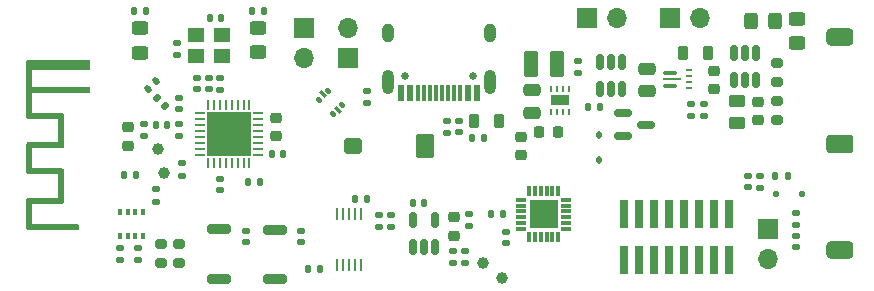
<source format=gts>
G04 #@! TF.GenerationSoftware,KiCad,Pcbnew,9.0.0*
G04 #@! TF.CreationDate,2025-03-11T16:46:41+02:00*
G04 #@! TF.ProjectId,Plant-health-meter,506c616e-742d-4686-9561-6c74682d6d65,rev?*
G04 #@! TF.SameCoordinates,Original*
G04 #@! TF.FileFunction,Soldermask,Top*
G04 #@! TF.FilePolarity,Negative*
%FSLAX46Y46*%
G04 Gerber Fmt 4.6, Leading zero omitted, Abs format (unit mm)*
G04 Created by KiCad (PCBNEW 9.0.0) date 2025-03-11 16:46:41*
%MOMM*%
%LPD*%
G01*
G04 APERTURE LIST*
G04 Aperture macros list*
%AMRoundRect*
0 Rectangle with rounded corners*
0 $1 Rounding radius*
0 $2 $3 $4 $5 $6 $7 $8 $9 X,Y pos of 4 corners*
0 Add a 4 corners polygon primitive as box body*
4,1,4,$2,$3,$4,$5,$6,$7,$8,$9,$2,$3,0*
0 Add four circle primitives for the rounded corners*
1,1,$1+$1,$2,$3*
1,1,$1+$1,$4,$5*
1,1,$1+$1,$6,$7*
1,1,$1+$1,$8,$9*
0 Add four rect primitives between the rounded corners*
20,1,$1+$1,$2,$3,$4,$5,0*
20,1,$1+$1,$4,$5,$6,$7,0*
20,1,$1+$1,$6,$7,$8,$9,0*
20,1,$1+$1,$8,$9,$2,$3,0*%
G04 Aperture macros list end*
%ADD10RoundRect,0.218750X-0.218750X-0.381250X0.218750X-0.381250X0.218750X0.381250X-0.218750X0.381250X0*%
%ADD11RoundRect,0.135000X0.185000X-0.135000X0.185000X0.135000X-0.185000X0.135000X-0.185000X-0.135000X0*%
%ADD12RoundRect,0.140000X-0.170000X0.140000X-0.170000X-0.140000X0.170000X-0.140000X0.170000X0.140000X0*%
%ADD13C,1.000000*%
%ADD14RoundRect,0.135000X-0.185000X0.135000X-0.185000X-0.135000X0.185000X-0.135000X0.185000X0.135000X0*%
%ADD15RoundRect,0.140000X0.170000X-0.140000X0.170000X0.140000X-0.170000X0.140000X-0.170000X-0.140000X0*%
%ADD16RoundRect,0.218750X0.218750X0.381250X-0.218750X0.381250X-0.218750X-0.381250X0.218750X-0.381250X0*%
%ADD17RoundRect,0.187500X-0.562500X-0.862500X0.562500X-0.862500X0.562500X0.862500X-0.562500X0.862500X0*%
%ADD18RoundRect,0.162500X-0.587500X-0.487500X0.587500X-0.487500X0.587500X0.487500X-0.587500X0.487500X0*%
%ADD19RoundRect,0.175000X-0.525000X-0.825000X0.525000X-0.825000X0.525000X0.825000X-0.525000X0.825000X0*%
%ADD20RoundRect,0.150000X-0.550000X-0.450000X0.550000X-0.450000X0.550000X0.450000X-0.550000X0.450000X0*%
%ADD21RoundRect,0.062500X-0.337500X-0.062500X0.337500X-0.062500X0.337500X0.062500X-0.337500X0.062500X0*%
%ADD22RoundRect,0.062500X-0.062500X-0.337500X0.062500X-0.337500X0.062500X0.337500X-0.062500X0.337500X0*%
%ADD23R,3.700000X3.700000*%
%ADD24R,0.250000X1.100000*%
%ADD25RoundRect,0.200000X0.275000X-0.200000X0.275000X0.200000X-0.275000X0.200000X-0.275000X-0.200000X0*%
%ADD26R,1.700000X1.700000*%
%ADD27O,1.700000X1.700000*%
%ADD28RoundRect,0.150000X-0.150000X0.512500X-0.150000X-0.512500X0.150000X-0.512500X0.150000X0.512500X0*%
%ADD29RoundRect,0.225000X0.250000X-0.225000X0.250000X0.225000X-0.250000X0.225000X-0.250000X-0.225000X0*%
%ADD30RoundRect,0.250000X-0.450000X0.325000X-0.450000X-0.325000X0.450000X-0.325000X0.450000X0.325000X0*%
%ADD31RoundRect,0.087500X-0.487500X-0.087500X0.487500X-0.087500X0.487500X0.087500X-0.487500X0.087500X0*%
%ADD32RoundRect,0.050000X-0.675000X-0.050000X0.675000X-0.050000X0.675000X0.050000X-0.675000X0.050000X0*%
%ADD33RoundRect,0.062500X-0.162500X-0.062500X0.162500X-0.062500X0.162500X0.062500X-0.162500X0.062500X0*%
%ADD34R,0.600000X1.450000*%
%ADD35R,0.300000X1.450000*%
%ADD36O,1.000000X2.100000*%
%ADD37O,1.000000X1.600000*%
%ADD38C,0.650000*%
%ADD39RoundRect,0.250000X-0.475000X0.250000X-0.475000X-0.250000X0.475000X-0.250000X0.475000X0.250000X0*%
%ADD40RoundRect,0.225000X0.225000X0.250000X-0.225000X0.250000X-0.225000X-0.250000X0.225000X-0.250000X0*%
%ADD41RoundRect,0.135000X-0.135000X-0.185000X0.135000X-0.185000X0.135000X0.185000X-0.135000X0.185000X0*%
%ADD42RoundRect,0.250000X0.893000X0.512000X-0.893000X0.512000X-0.893000X-0.512000X0.893000X-0.512000X0*%
%ADD43RoundRect,0.381000X0.762000X0.381000X-0.762000X0.381000X-0.762000X-0.381000X0.762000X-0.381000X0*%
%ADD44RoundRect,0.140000X-0.140000X-0.170000X0.140000X-0.170000X0.140000X0.170000X-0.140000X0.170000X0*%
%ADD45RoundRect,0.150000X-0.587500X-0.150000X0.587500X-0.150000X0.587500X0.150000X-0.587500X0.150000X0*%
%ADD46RoundRect,0.200000X-0.800000X0.200000X-0.800000X-0.200000X0.800000X-0.200000X0.800000X0.200000X0*%
%ADD47RoundRect,0.093750X0.176777X-0.044194X-0.044194X0.176777X-0.176777X0.044194X0.044194X-0.176777X0*%
%ADD48RoundRect,0.075000X0.229810X-0.123744X-0.123744X0.229810X-0.229810X0.123744X0.123744X-0.229810X0*%
%ADD49RoundRect,0.225000X-0.250000X0.225000X-0.250000X-0.225000X0.250000X-0.225000X0.250000X0.225000X0*%
%ADD50RoundRect,0.112500X-0.112500X0.187500X-0.112500X-0.187500X0.112500X-0.187500X0.112500X0.187500X0*%
%ADD51RoundRect,0.140000X0.140000X0.170000X-0.140000X0.170000X-0.140000X-0.170000X0.140000X-0.170000X0*%
%ADD52RoundRect,0.125000X-0.125000X-0.125000X0.125000X-0.125000X0.125000X0.125000X-0.125000X0.125000X0*%
%ADD53RoundRect,0.062500X0.062500X-0.187500X0.062500X0.187500X-0.062500X0.187500X-0.062500X-0.187500X0*%
%ADD54R,1.600000X0.900000*%
%ADD55R,0.350000X0.500000*%
%ADD56RoundRect,0.075000X0.075000X-0.362500X0.075000X0.362500X-0.075000X0.362500X-0.075000X-0.362500X0*%
%ADD57RoundRect,0.075000X0.362500X-0.075000X0.362500X0.075000X-0.362500X0.075000X-0.362500X-0.075000X0*%
%ADD58R,2.450000X2.450000*%
%ADD59RoundRect,0.135000X0.135000X0.185000X-0.135000X0.185000X-0.135000X-0.185000X0.135000X-0.185000X0*%
%ADD60RoundRect,0.150000X0.150000X-0.512500X0.150000X0.512500X-0.150000X0.512500X-0.150000X-0.512500X0*%
%ADD61RoundRect,0.250000X0.375000X0.850000X-0.375000X0.850000X-0.375000X-0.850000X0.375000X-0.850000X0*%
%ADD62R,0.740000X2.400000*%
%ADD63RoundRect,0.250000X-0.325000X-0.450000X0.325000X-0.450000X0.325000X0.450000X-0.325000X0.450000X0*%
%ADD64RoundRect,0.140000X0.021213X-0.219203X0.219203X-0.021213X-0.021213X0.219203X-0.219203X0.021213X0*%
%ADD65RoundRect,0.200000X-0.275000X0.200000X-0.275000X-0.200000X0.275000X-0.200000X0.275000X0.200000X0*%
%ADD66RoundRect,0.250000X0.475000X-0.250000X0.475000X0.250000X-0.475000X0.250000X-0.475000X-0.250000X0*%
%ADD67RoundRect,0.250000X-0.450000X0.262500X-0.450000X-0.262500X0.450000X-0.262500X0.450000X0.262500X0*%
%ADD68R,1.400000X1.200000*%
%ADD69RoundRect,0.147500X-0.226274X-0.017678X-0.017678X-0.226274X0.226274X0.017678X0.017678X0.226274X0*%
%ADD70RoundRect,0.147500X0.147500X0.172500X-0.147500X0.172500X-0.147500X-0.172500X0.147500X-0.172500X0*%
%ADD71RoundRect,0.250000X0.450000X-0.325000X0.450000X0.325000X-0.450000X0.325000X-0.450000X-0.325000X0*%
G04 APERTURE END LIST*
D10*
G04 #@! TO.C,L2*
X123737500Y-108100000D03*
X125862500Y-108100000D03*
G04 #@! TD*
D11*
G04 #@! TO.C,R24*
X151000000Y-116909999D03*
X151000000Y-115890001D03*
G04 #@! TD*
D12*
G04 #@! TO.C,C29*
X151000000Y-117840000D03*
X151000000Y-118800000D03*
G04 #@! TD*
D13*
G04 #@! TO.C,TP3*
X124500000Y-120100000D03*
G04 #@! TD*
G04 #@! TO.C,TP4*
X126100000Y-121400000D03*
G04 #@! TD*
D14*
G04 #@! TO.C,R19*
X122000000Y-119090001D03*
X122000000Y-120109999D03*
G04 #@! TD*
D15*
G04 #@! TO.C,C27*
X123000000Y-120080000D03*
X123000000Y-119120000D03*
G04 #@! TD*
D11*
G04 #@! TO.C,R26*
X115700000Y-117109999D03*
X115700000Y-116090001D03*
G04 #@! TD*
D14*
G04 #@! TO.C,R25*
X116700000Y-116090001D03*
X116700000Y-117109999D03*
G04 #@! TD*
D16*
G04 #@! TO.C,L1*
X143612498Y-102300000D03*
X141487498Y-102300000D03*
G04 #@! TD*
D14*
G04 #@! TO.C,R4*
X114700000Y-105590001D03*
X114700000Y-106609999D03*
G04 #@! TD*
D15*
G04 #@! TO.C,C28*
X147000000Y-113719999D03*
X147000000Y-112759999D03*
G04 #@! TD*
D17*
G04 #@! TO.C,D6*
X119650000Y-110200000D03*
D18*
X113550000Y-110200000D03*
D19*
X119650000Y-110200000D03*
D20*
X113550000Y-110200000D03*
G04 #@! TD*
D21*
G04 #@! TO.C,U6*
X100550000Y-107450000D03*
X100550000Y-107950000D03*
X100550000Y-108450000D03*
X100550000Y-108950000D03*
X100550000Y-109450000D03*
X100550000Y-109950000D03*
X100550000Y-110450000D03*
X100550000Y-110950000D03*
D22*
X101250000Y-111650000D03*
X101750000Y-111650000D03*
X102250000Y-111650000D03*
X102750000Y-111650000D03*
X103250000Y-111650000D03*
X103750000Y-111650000D03*
X104250000Y-111650000D03*
X104750000Y-111650000D03*
D21*
X105450000Y-110950000D03*
X105450000Y-110450000D03*
X105450000Y-109950000D03*
X105450000Y-109450000D03*
X105450000Y-108950000D03*
X105450000Y-108450000D03*
X105450000Y-107950000D03*
X105450000Y-107450000D03*
D22*
X104750000Y-106750000D03*
X104250000Y-106750000D03*
X103750000Y-106750000D03*
X103250000Y-106750000D03*
X102750000Y-106750000D03*
X102250000Y-106750000D03*
X101750000Y-106750000D03*
X101250000Y-106750000D03*
D23*
X103000000Y-109200000D03*
G04 #@! TD*
D14*
G04 #@! TO.C,R7*
X143199999Y-106650000D03*
X143199999Y-107669998D03*
G04 #@! TD*
D24*
G04 #@! TO.C,U9*
X112179998Y-120287500D03*
X112679998Y-120287500D03*
X113179998Y-120287501D03*
X113679998Y-120287500D03*
X114179998Y-120287500D03*
X114179998Y-115987500D03*
X113679998Y-115987500D03*
X113179998Y-115987499D03*
X112679998Y-115987500D03*
X112179998Y-115987500D03*
G04 #@! TD*
D11*
G04 #@! TO.C,R6*
X142099999Y-107669998D03*
X142099999Y-106650000D03*
G04 #@! TD*
D25*
G04 #@! TO.C,R1*
X149400000Y-108050000D03*
X149400000Y-106400000D03*
G04 #@! TD*
D26*
G04 #@! TO.C,J6*
X109400000Y-100200000D03*
D27*
X109400000Y-102740000D03*
G04 #@! TD*
D28*
G04 #@! TO.C,U1*
X147650000Y-102362500D03*
X146700000Y-102362500D03*
X145750000Y-102362500D03*
X145750000Y-104637500D03*
X146700000Y-104637500D03*
X147650000Y-104637500D03*
G04 #@! TD*
D29*
G04 #@! TO.C,C6*
X127750000Y-110975000D03*
X127750000Y-109425000D03*
G04 #@! TD*
D30*
G04 #@! TO.C,D4*
X95500001Y-100250001D03*
X95500001Y-102299999D03*
G04 #@! TD*
D31*
G04 #@! TO.C,U2*
X140374999Y-104000000D03*
D32*
X140524999Y-104550000D03*
D31*
X140374999Y-105100000D03*
D33*
X141974999Y-105300000D03*
X141974999Y-104800000D03*
X141974999Y-104300000D03*
X141974999Y-103800000D03*
G04 #@! TD*
D34*
G04 #@! TO.C,J5*
X124050000Y-105745000D03*
X123250000Y-105745000D03*
D35*
X122050000Y-105745000D03*
X121050000Y-105745000D03*
X120550000Y-105745000D03*
X119550000Y-105745000D03*
D34*
X118350000Y-105745000D03*
X117550000Y-105745000D03*
X117550000Y-105745000D03*
X118350000Y-105745000D03*
D35*
X119050000Y-105745000D03*
X120050000Y-105745000D03*
X121550000Y-105745000D03*
X122550000Y-105745000D03*
D34*
X123250000Y-105745000D03*
X124050000Y-105745000D03*
D36*
X125120000Y-104830000D03*
D37*
X125120000Y-100650000D03*
D36*
X116480000Y-104830000D03*
D37*
X116480000Y-100650000D03*
D38*
X123690000Y-104300000D03*
X117910000Y-104300000D03*
G04 #@! TD*
D39*
G04 #@! TO.C,C8*
X128674999Y-105500007D03*
X128674999Y-107400005D03*
G04 #@! TD*
D40*
G04 #@! TO.C,C7*
X130849999Y-109050003D03*
X129299999Y-109050003D03*
G04 #@! TD*
D41*
G04 #@! TO.C,R11*
X104940002Y-98750001D03*
X105960000Y-98750001D03*
G04 #@! TD*
D26*
G04 #@! TO.C,J1*
X113090175Y-102775000D03*
D27*
X113090175Y-100235000D03*
G04 #@! TD*
D11*
G04 #@! TO.C,R13*
X102300000Y-105450000D03*
X102300000Y-104430000D03*
G04 #@! TD*
G04 #@! TO.C,R17*
X99050000Y-112710000D03*
X99050000Y-111690000D03*
G04 #@! TD*
D26*
G04 #@! TO.C,J2*
X148650000Y-117275000D03*
D27*
X148650000Y-119815000D03*
G04 #@! TD*
D12*
G04 #@! TO.C,C14*
X98800000Y-108375000D03*
X98800000Y-109335000D03*
G04 #@! TD*
D42*
G04 #@! TO.C,S1*
X154750000Y-110000000D03*
D43*
X154750000Y-119000000D03*
X154750000Y-101000000D03*
G04 #@! TD*
D15*
G04 #@! TO.C,C19*
X100300000Y-105410000D03*
X100300000Y-104450000D03*
G04 #@! TD*
D44*
G04 #@! TO.C,C26*
X118590000Y-115012499D03*
X119550000Y-115012499D03*
G04 #@! TD*
D45*
G04 #@! TO.C,Q1*
X136412499Y-107450000D03*
X136412499Y-109350000D03*
X138287500Y-108400000D03*
G04 #@! TD*
D46*
G04 #@! TO.C,SW1*
X106900000Y-117300000D03*
X106900000Y-121500000D03*
G04 #@! TD*
D11*
G04 #@! TO.C,R9*
X132574998Y-104060001D03*
X132574998Y-103040003D03*
G04 #@! TD*
D13*
G04 #@! TO.C,TP1*
X97000000Y-110500000D03*
G04 #@! TD*
D41*
G04 #@! TO.C,R14*
X94090001Y-112700000D03*
X95109999Y-112700000D03*
G04 #@! TD*
D47*
G04 #@! TO.C,U3*
X111820971Y-107481111D03*
D48*
X112254074Y-107154074D03*
D47*
X112581111Y-106720971D03*
X111379029Y-105518889D03*
D48*
X110945926Y-105845926D03*
D47*
X110618889Y-106279029D03*
G04 #@! TD*
D15*
G04 #@! TO.C,C18*
X98800000Y-107085000D03*
X98800000Y-106125000D03*
G04 #@! TD*
D49*
G04 #@! TO.C,C1*
X147800000Y-106450000D03*
X147800000Y-108000000D03*
G04 #@! TD*
D50*
G04 #@! TO.C,D3*
X134324999Y-109300001D03*
X134324999Y-111400001D03*
G04 #@! TD*
D12*
G04 #@! TO.C,C11*
X98650000Y-101520000D03*
X98650000Y-102480000D03*
G04 #@! TD*
D51*
G04 #@! TO.C,C5*
X124580000Y-109500000D03*
X123620000Y-109500000D03*
G04 #@! TD*
D44*
G04 #@! TO.C,C10*
X101370000Y-99400000D03*
X102330000Y-99400000D03*
G04 #@! TD*
D12*
G04 #@! TO.C,C24*
X93750000Y-118870000D03*
X93750000Y-119830000D03*
G04 #@! TD*
D15*
G04 #@! TO.C,C9*
X109150000Y-118380000D03*
X109150000Y-117420000D03*
G04 #@! TD*
D51*
G04 #@! TO.C,C32*
X126186250Y-115950000D03*
X125226250Y-115950000D03*
G04 #@! TD*
D15*
G04 #@! TO.C,C21*
X101300000Y-105410000D03*
X101300000Y-104450000D03*
G04 #@! TD*
D46*
G04 #@! TO.C,SW2*
X102200000Y-117250000D03*
X102200000Y-121450000D03*
G04 #@! TD*
D13*
G04 #@! TO.C,TP2*
X97500000Y-112500000D03*
G04 #@! TD*
D44*
G04 #@! TO.C,C30*
X113720000Y-114700000D03*
X114680000Y-114700000D03*
G04 #@! TD*
D12*
G04 #@! TO.C,C22*
X104450000Y-117370000D03*
X104450000Y-118330000D03*
G04 #@! TD*
D52*
G04 #@! TO.C,D7*
X149299998Y-114250000D03*
X151499996Y-114250000D03*
G04 #@! TD*
D53*
G04 #@! TO.C,U5*
X130324998Y-107300002D03*
X130824999Y-107300002D03*
X131324999Y-107300002D03*
X131825000Y-107300002D03*
X131825000Y-105400002D03*
X131324999Y-105400002D03*
X130824999Y-105400002D03*
X130324998Y-105400002D03*
D54*
X131074999Y-106350002D03*
G04 #@! TD*
D11*
G04 #@! TO.C,R23*
X147999999Y-113749998D03*
X147999999Y-112730000D03*
G04 #@! TD*
D25*
G04 #@! TO.C,R20*
X97250000Y-120150000D03*
X97250000Y-118500000D03*
G04 #@! TD*
D55*
G04 #@! TO.C,U8*
X93799999Y-115800000D03*
X94450000Y-115800000D03*
X95100000Y-115800000D03*
X95750001Y-115800000D03*
X95750001Y-117850000D03*
X95100000Y-117850000D03*
X94450000Y-117850000D03*
X93799999Y-117850000D03*
G04 #@! TD*
D12*
G04 #@! TO.C,C23*
X95350000Y-118870000D03*
X95350000Y-119830000D03*
G04 #@! TD*
D56*
G04 #@! TO.C,U10*
X128406250Y-117937500D03*
X128906250Y-117937499D03*
X129406250Y-117937500D03*
X129906250Y-117937500D03*
X130406250Y-117937499D03*
X130906250Y-117937500D03*
D57*
X131593750Y-117250000D03*
X131593749Y-116750000D03*
X131593750Y-116250000D03*
X131593750Y-115750000D03*
X131593749Y-115250000D03*
X131593750Y-114750000D03*
D56*
X130906250Y-114062500D03*
X130406250Y-114062501D03*
X129906250Y-114062500D03*
X129406250Y-114062500D03*
X128906250Y-114062501D03*
X128406250Y-114062500D03*
D57*
X127718750Y-114750000D03*
X127718751Y-115250000D03*
X127718750Y-115750000D03*
X127718750Y-116250000D03*
X127718751Y-116750000D03*
X127718750Y-117250000D03*
D58*
X129656250Y-116000000D03*
G04 #@! TD*
D12*
G04 #@! TO.C,C17*
X102300000Y-112970000D03*
X102300000Y-113930000D03*
G04 #@! TD*
G04 #@! TO.C,C4*
X122492502Y-108104300D03*
X122492502Y-109064300D03*
G04 #@! TD*
D59*
G04 #@! TO.C,R10*
X96000000Y-98799999D03*
X94980002Y-98799999D03*
G04 #@! TD*
D14*
G04 #@! TO.C,R18*
X123320003Y-116002502D03*
X123320003Y-117022500D03*
G04 #@! TD*
D11*
G04 #@! TO.C,R15*
X96800000Y-114909999D03*
X96800000Y-113890001D03*
G04 #@! TD*
D49*
G04 #@! TO.C,C12*
X94500000Y-108625000D03*
X94500000Y-110175000D03*
G04 #@! TD*
D28*
G04 #@! TO.C,U4*
X136324998Y-103112500D03*
X135374999Y-103112500D03*
X134425000Y-103112500D03*
X134425000Y-105387500D03*
X135374999Y-105387500D03*
X136324998Y-105387500D03*
G04 #@! TD*
D60*
G04 #@! TO.C,U7*
X118600002Y-118750000D03*
X119550001Y-118750000D03*
X120500000Y-118750000D03*
X120500000Y-116475000D03*
X118600002Y-116475000D03*
G04 #@! TD*
D59*
G04 #@! TO.C,R12*
X105609999Y-113300000D03*
X104590001Y-113300000D03*
G04 #@! TD*
D12*
G04 #@! TO.C,C31*
X126506250Y-117470000D03*
X126506250Y-118430000D03*
G04 #@! TD*
D61*
G04 #@! TO.C,L3*
X130749999Y-103250000D03*
X128599999Y-103250000D03*
G04 #@! TD*
D62*
G04 #@! TO.C,J7*
X136460000Y-119900000D03*
X136460000Y-116000000D03*
X137730000Y-119900000D03*
X137730000Y-116000000D03*
X139000000Y-119900000D03*
X139000000Y-116000000D03*
X140270000Y-119900000D03*
X140270000Y-116000000D03*
X141540000Y-119900000D03*
X141540000Y-116000000D03*
X142810000Y-119900000D03*
X142810000Y-116000000D03*
X144080000Y-119900000D03*
X144080000Y-116000000D03*
X145350000Y-119900000D03*
X145350000Y-116000000D03*
G04 #@! TD*
D63*
G04 #@! TO.C,D2*
X147175001Y-99600000D03*
X149224999Y-99600000D03*
G04 #@! TD*
D64*
G04 #@! TO.C,C20*
X96192876Y-105414590D03*
X96871698Y-104735768D03*
G04 #@! TD*
D65*
G04 #@! TO.C,R2*
X149400000Y-103175000D03*
X149400000Y-104825000D03*
G04 #@! TD*
D49*
G04 #@! TO.C,C2*
X144099999Y-103875000D03*
X144099999Y-105425000D03*
G04 #@! TD*
D41*
G04 #@! TO.C,R8*
X133390001Y-106900000D03*
X134409999Y-106900000D03*
G04 #@! TD*
D26*
G04 #@! TO.C,J3*
X140400000Y-99400000D03*
D27*
X142940000Y-99400000D03*
G04 #@! TD*
D66*
G04 #@! TO.C,C3*
X138449999Y-105549999D03*
X138449999Y-103650001D03*
G04 #@! TD*
D11*
G04 #@! TO.C,R5*
X121452502Y-109114299D03*
X121452502Y-108094301D03*
G04 #@! TD*
D67*
G04 #@! TO.C,R3*
X146000000Y-106437500D03*
X146000000Y-108262500D03*
G04 #@! TD*
D68*
G04 #@! TO.C,Y1*
X100200000Y-102550000D03*
X102400000Y-102550000D03*
X102400000Y-100850000D03*
X100200000Y-100850000D03*
G04 #@! TD*
D41*
G04 #@! TO.C,R16*
X109690001Y-120600000D03*
X110709999Y-120600000D03*
G04 #@! TD*
D69*
G04 #@! TO.C,L5*
X96907053Y-106157053D03*
X97592947Y-106842947D03*
G04 #@! TD*
D26*
G04 #@! TO.C,J4*
X133325000Y-99400000D03*
D27*
X135865000Y-99400000D03*
G04 #@! TD*
D12*
G04 #@! TO.C,C13*
X95800000Y-108375000D03*
X95800000Y-109335000D03*
G04 #@! TD*
D65*
G04 #@! TO.C,R21*
X98800000Y-118475000D03*
X98800000Y-120125000D03*
G04 #@! TD*
D41*
G04 #@! TO.C,R22*
X149290001Y-112749999D03*
X150309999Y-112749999D03*
G04 #@! TD*
D70*
G04 #@! TO.C,L4*
X97785000Y-108415000D03*
X96815000Y-108415000D03*
G04 #@! TD*
D71*
G04 #@! TO.C,D1*
X151100000Y-101524999D03*
X151100000Y-99475001D03*
G04 #@! TD*
D29*
G04 #@! TO.C,C16*
X107000000Y-109375000D03*
X107000000Y-107825000D03*
G04 #@! TD*
D30*
G04 #@! TO.C,D5*
X105450001Y-100225001D03*
X105450001Y-102274999D03*
G04 #@! TD*
D44*
G04 #@! TO.C,C15*
X106670000Y-110875000D03*
X107630000Y-110875000D03*
G04 #@! TD*
D49*
G04 #@! TO.C,C25*
X122050001Y-116262499D03*
X122050001Y-117812499D03*
G04 #@! TD*
G36*
X91223039Y-102919685D02*
G01*
X91268794Y-102972489D01*
X91280000Y-103024000D01*
X91280000Y-103676000D01*
X91260315Y-103743039D01*
X91207511Y-103788794D01*
X91156000Y-103800000D01*
X86380000Y-103800000D01*
X86380000Y-105200000D01*
X91156000Y-105200000D01*
X91223039Y-105219685D01*
X91268794Y-105272489D01*
X91280000Y-105324000D01*
X91280000Y-105576000D01*
X91260315Y-105643039D01*
X91207511Y-105688794D01*
X91156000Y-105700000D01*
X86380000Y-105700000D01*
X86380000Y-107400000D01*
X88896000Y-107400000D01*
X88963039Y-107419685D01*
X89008794Y-107472489D01*
X89020000Y-107524000D01*
X89020000Y-110276000D01*
X89000315Y-110343039D01*
X88947511Y-110388794D01*
X88896000Y-110400000D01*
X86380000Y-110400000D01*
X86380000Y-112100000D01*
X88896000Y-112100000D01*
X88963039Y-112119685D01*
X89008794Y-112172489D01*
X89020000Y-112224000D01*
X89020000Y-114976000D01*
X89000315Y-115043039D01*
X88947511Y-115088794D01*
X88896000Y-115100000D01*
X86380000Y-115100000D01*
X86380000Y-116800000D01*
X90196000Y-116800000D01*
X90263039Y-116819685D01*
X90308794Y-116872489D01*
X90320000Y-116924000D01*
X90320000Y-117176000D01*
X90300315Y-117243039D01*
X90247511Y-117288794D01*
X90196000Y-117300000D01*
X85994000Y-117300000D01*
X85926961Y-117280315D01*
X85881206Y-117227511D01*
X85870000Y-117176000D01*
X85870000Y-114724000D01*
X85889685Y-114656961D01*
X85942489Y-114611206D01*
X85994000Y-114600000D01*
X88510000Y-114600000D01*
X88510000Y-112600000D01*
X85994000Y-112600000D01*
X85926961Y-112580315D01*
X85881206Y-112527511D01*
X85870000Y-112476000D01*
X85870000Y-110024000D01*
X85889685Y-109956961D01*
X85942489Y-109911206D01*
X85994000Y-109900000D01*
X88510000Y-109900000D01*
X88510000Y-107900000D01*
X85994000Y-107900000D01*
X85926961Y-107880315D01*
X85881206Y-107827511D01*
X85870000Y-107776000D01*
X85870000Y-103024000D01*
X85889685Y-102956961D01*
X85942489Y-102911206D01*
X85994000Y-102900000D01*
X91156000Y-102900000D01*
X91223039Y-102919685D01*
G37*
M02*

</source>
